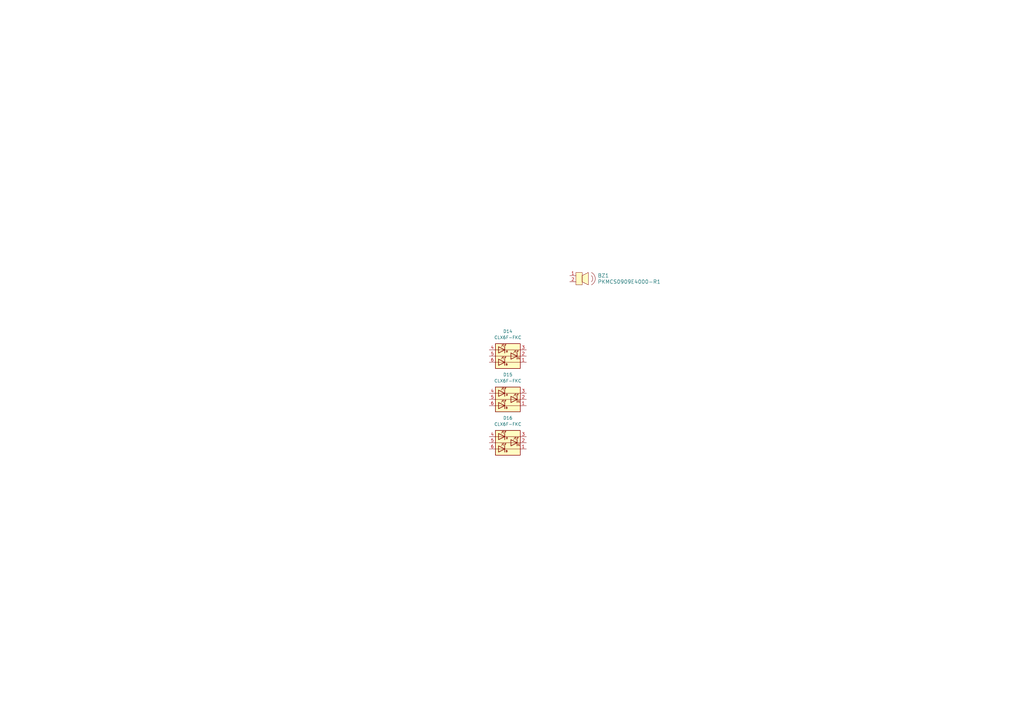
<source format=kicad_sch>
(kicad_sch
	(version 20231120)
	(generator "eeschema")
	(generator_version "8.0")
	(uuid "c15f8b7c-372c-495b-abf2-124a55133ce4")
	(paper "A3")
	(lib_symbols
		(symbol "LED:CLX6F-FKC"
			(pin_names hide)
			(exclude_from_sim no)
			(in_bom yes)
			(on_board yes)
			(property "Reference" "D"
				(at -5.08 6.35 0)
				(effects
					(font
						(size 1.27 1.27)
					)
					(justify left)
				)
			)
			(property "Value" "CLX6F-FKC"
				(at -5.08 -6.35 0)
				(effects
					(font
						(size 1.27 1.27)
					)
					(justify left)
				)
			)
			(property "Footprint" "LED_SMD:LED_RGB_PLCC-6"
				(at -5.08 -8.128 0)
				(effects
					(font
						(size 1.27 1.27)
					)
					(justify left)
					(hide yes)
				)
			)
			(property "Datasheet" "https://assets.cree-led.com/a/ds/h/HB-CLX6F-FKC.pdf"
				(at 3.81 0 0)
				(effects
					(font
						(size 1.27 1.27)
					)
					(justify left)
					(hide yes)
				)
			)
			(property "Description" "RGB LED, PLCC-6 "
				(at 0 0 0)
				(effects
					(font
						(size 1.27 1.27)
					)
					(hide yes)
				)
			)
			(property "ki_keywords" "LED RGB"
				(at 0 0 0)
				(effects
					(font
						(size 1.27 1.27)
					)
					(hide yes)
				)
			)
			(property "ki_fp_filters" "LED?RGB?PLCC*"
				(at 0 0 0)
				(effects
					(font
						(size 1.27 1.27)
					)
					(hide yes)
				)
			)
			(symbol "CLX6F-FKC_0_0"
				(text "B"
					(at -0.508 -3.4544 0)
					(effects
						(font
							(size 0.762 0.762)
						)
					)
				)
				(text "G"
					(at 4.5466 -0.8382 0)
					(effects
						(font
							(size 0.762 0.762)
						)
					)
				)
				(text "R"
					(at -0.381 1.8034 0)
					(effects
						(font
							(size 0.762 0.762)
						)
					)
				)
			)
			(symbol "CLX6F-FKC_0_1"
				(rectangle
					(start -5.08 5.08)
					(end 5.08 -5.08)
					(stroke
						(width 0.254)
						(type default)
					)
					(fill
						(type background)
					)
				)
				(polyline
					(pts
						(xy -5.08 -2.54) (xy 5.08 -2.54)
					)
					(stroke
						(width 0)
						(type default)
					)
					(fill
						(type none)
					)
				)
				(polyline
					(pts
						(xy -5.08 0) (xy 5.08 0)
					)
					(stroke
						(width 0)
						(type default)
					)
					(fill
						(type none)
					)
				)
				(polyline
					(pts
						(xy -5.08 2.54) (xy 5.08 2.54)
					)
					(stroke
						(width 0)
						(type default)
					)
					(fill
						(type none)
					)
				)
				(polyline
					(pts
						(xy -2.794 -1.27) (xy -1.778 -0.254)
					)
					(stroke
						(width 0)
						(type default)
					)
					(fill
						(type none)
					)
				)
				(polyline
					(pts
						(xy -2.794 3.81) (xy -1.778 4.826)
					)
					(stroke
						(width 0)
						(type default)
					)
					(fill
						(type none)
					)
				)
				(polyline
					(pts
						(xy -1.778 -1.27) (xy -0.762 -0.254)
					)
					(stroke
						(width 0)
						(type default)
					)
					(fill
						(type none)
					)
				)
				(polyline
					(pts
						(xy -1.778 3.81) (xy -0.762 4.826)
					)
					(stroke
						(width 0)
						(type default)
					)
					(fill
						(type none)
					)
				)
				(polyline
					(pts
						(xy -1.27 -1.27) (xy -1.27 -3.81)
					)
					(stroke
						(width 0.254)
						(type default)
					)
					(fill
						(type none)
					)
				)
				(polyline
					(pts
						(xy -1.27 3.81) (xy -1.27 1.27)
					)
					(stroke
						(width 0.254)
						(type default)
					)
					(fill
						(type none)
					)
				)
				(polyline
					(pts
						(xy 2.286 1.27) (xy 3.302 2.286)
					)
					(stroke
						(width 0)
						(type default)
					)
					(fill
						(type none)
					)
				)
				(polyline
					(pts
						(xy 3.302 1.27) (xy 4.318 2.286)
					)
					(stroke
						(width 0)
						(type default)
					)
					(fill
						(type none)
					)
				)
				(polyline
					(pts
						(xy 3.81 1.27) (xy 3.81 -1.27)
					)
					(stroke
						(width 0.254)
						(type default)
					)
					(fill
						(type none)
					)
				)
				(polyline
					(pts
						(xy -2.54 4.572) (xy -1.778 4.826) (xy -2.032 4.064)
					)
					(stroke
						(width 0)
						(type default)
					)
					(fill
						(type none)
					)
				)
				(polyline
					(pts
						(xy -2.032 -1.016) (xy -1.778 -0.254) (xy -2.54 -0.508)
					)
					(stroke
						(width 0)
						(type default)
					)
					(fill
						(type none)
					)
				)
				(polyline
					(pts
						(xy -1.524 -0.508) (xy -0.762 -0.254) (xy -1.016 -1.016)
					)
					(stroke
						(width 0)
						(type default)
					)
					(fill
						(type none)
					)
				)
				(polyline
					(pts
						(xy -1.524 4.572) (xy -0.762 4.826) (xy -1.016 4.064)
					)
					(stroke
						(width 0)
						(type default)
					)
					(fill
						(type none)
					)
				)
				(polyline
					(pts
						(xy 3.048 1.524) (xy 3.302 2.286) (xy 2.54 2.032)
					)
					(stroke
						(width 0)
						(type default)
					)
					(fill
						(type none)
					)
				)
				(polyline
					(pts
						(xy 3.556 2.032) (xy 4.318 2.286) (xy 4.064 1.524)
					)
					(stroke
						(width 0)
						(type default)
					)
					(fill
						(type none)
					)
				)
				(polyline
					(pts
						(xy -3.81 -1.27) (xy -3.81 -3.81) (xy -1.27 -2.54) (xy -3.81 -1.27)
					)
					(stroke
						(width 0.254)
						(type default)
					)
					(fill
						(type none)
					)
				)
				(polyline
					(pts
						(xy -3.81 3.81) (xy -3.81 1.27) (xy -1.27 2.54) (xy -3.81 3.81)
					)
					(stroke
						(width 0.254)
						(type default)
					)
					(fill
						(type none)
					)
				)
				(polyline
					(pts
						(xy 1.27 1.27) (xy 1.27 -1.27) (xy 3.81 0) (xy 1.27 1.27)
					)
					(stroke
						(width 0.254)
						(type default)
					)
					(fill
						(type none)
					)
				)
			)
			(symbol "CLX6F-FKC_1_1"
				(pin passive line
					(at 7.62 -2.54 180)
					(length 2.54)
					(name "KB"
						(effects
							(font
								(size 1.27 1.27)
							)
						)
					)
					(number "1"
						(effects
							(font
								(size 1.27 1.27)
							)
						)
					)
				)
				(pin passive line
					(at 7.62 0 180)
					(length 2.54)
					(name "KG"
						(effects
							(font
								(size 1.27 1.27)
							)
						)
					)
					(number "2"
						(effects
							(font
								(size 1.27 1.27)
							)
						)
					)
				)
				(pin passive line
					(at 7.62 2.54 180)
					(length 2.54)
					(name "KR"
						(effects
							(font
								(size 1.27 1.27)
							)
						)
					)
					(number "3"
						(effects
							(font
								(size 1.27 1.27)
							)
						)
					)
				)
				(pin passive line
					(at -7.62 2.54 0)
					(length 2.54)
					(name "AR"
						(effects
							(font
								(size 1.27 1.27)
							)
						)
					)
					(number "4"
						(effects
							(font
								(size 1.27 1.27)
							)
						)
					)
				)
				(pin passive line
					(at -7.62 0 0)
					(length 2.54)
					(name "AG"
						(effects
							(font
								(size 1.27 1.27)
							)
						)
					)
					(number "5"
						(effects
							(font
								(size 1.27 1.27)
							)
						)
					)
				)
				(pin passive line
					(at -7.62 -2.54 0)
					(length 2.54)
					(name "AB"
						(effects
							(font
								(size 1.27 1.27)
							)
						)
					)
					(number "6"
						(effects
							(font
								(size 1.27 1.27)
							)
						)
					)
				)
			)
		)
		(symbol "dk_Alarms-Buzzers-and-Sirens:PKMCS0909E4000-R1"
			(pin_names
				(offset 0.0254)
			)
			(exclude_from_sim no)
			(in_bom yes)
			(on_board yes)
			(property "Reference" "BZ"
				(at 0 5.08 0)
				(effects
					(font
						(size 1.524 1.524)
					)
					(justify left)
				)
			)
			(property "Value" "PKMCS0909E4000-R1"
				(at -2.54 -2.54 0)
				(effects
					(font
						(size 1.524 1.524)
					)
					(justify left)
				)
			)
			(property "Footprint" "digikey-footprints:Piezo_9x9mm_PKMCS0909E4000-R1"
				(at 5.08 5.08 0)
				(effects
					(font
						(size 1.524 1.524)
					)
					(justify left)
					(hide yes)
				)
			)
			(property "Datasheet" "https://www.murata.com/~/media/webrenewal/products/sound/sounder/vppt-buzj083-d.ashx"
				(at 5.08 7.62 0)
				(effects
					(font
						(size 1.524 1.524)
					)
					(justify left)
					(hide yes)
				)
			)
			(property "Description" "AUDIO PIEZO TRANSDUCER 12.5V SMD"
				(at 5.08 10.16 0)
				(effects
					(font
						(size 1.524 1.524)
					)
					(justify left)
					(hide yes)
				)
			)
			(property "MPN" "PKMCS0909E4000-R1"
				(at 5.08 12.7 0)
				(effects
					(font
						(size 1.524 1.524)
					)
					(justify left)
					(hide yes)
				)
			)
			(property "Category" "Audio Products"
				(at 5.08 15.24 0)
				(effects
					(font
						(size 1.524 1.524)
					)
					(justify left)
					(hide yes)
				)
			)
			(property "Family" "Alarms, Buzzers, and Sirens"
				(at 5.08 17.78 0)
				(effects
					(font
						(size 1.524 1.524)
					)
					(justify left)
					(hide yes)
				)
			)
			(property "DK_Datasheet_Link" "https://www.murata.com/~{/media/webrenewal/products/sound/sounder/vppt-buzj083-d.ashx}"
				(at 5.08 20.32 0)
				(effects
					(font
						(size 1.524 1.524)
					)
					(justify left)
					(hide yes)
				)
			)
			(property "DK_Detail_Page" "/product-detail/en/murata-electronics-north-america/PKMCS0909E4000-R1/490-9647-1-ND/4878401"
				(at 5.08 22.86 0)
				(effects
					(font
						(size 1.524 1.524)
					)
					(justify left)
					(hide yes)
				)
			)
			(property "Description" "AUDIO PIEZO TRANSDUCER 12.5V SMD"
				(at 5.08 25.4 0)
				(effects
					(font
						(size 1.524 1.524)
					)
					(justify left)
					(hide yes)
				)
			)
			(property "Manufacturer" "Murata Electronics North America"
				(at 5.08 27.94 0)
				(effects
					(font
						(size 1.524 1.524)
					)
					(justify left)
					(hide yes)
				)
			)
			(property "Status" "Active"
				(at 5.08 30.48 0)
				(effects
					(font
						(size 1.524 1.524)
					)
					(justify left)
					(hide yes)
				)
			)
			(property "ki_keywords" "490-9647-1-ND PK"
				(at 0 0 0)
				(effects
					(font
						(size 1.27 1.27)
					)
					(hide yes)
				)
			)
			(symbol "PKMCS0909E4000-R1_0_1"
				(polyline
					(pts
						(xy 2.54 2.54) (xy 5.08 3.81) (xy 5.08 -1.27) (xy 2.54 0) (xy 2.54 2.54)
					)
					(stroke
						(width 0)
						(type solid)
					)
					(fill
						(type background)
					)
				)
				(rectangle
					(start 0 3.81)
					(end 2.54 -1.27)
					(stroke
						(width 0)
						(type solid)
					)
					(fill
						(type background)
					)
				)
				(arc
					(start 6.35 -1.27)
					(mid 7.9198 1.27)
					(end 6.35 3.81)
					(stroke
						(width 0)
						(type solid)
					)
					(fill
						(type none)
					)
				)
				(arc
					(start 6.35 0)
					(mid 6.8761 1.27)
					(end 6.35 2.54)
					(stroke
						(width 0)
						(type solid)
					)
					(fill
						(type none)
					)
				)
			)
			(symbol "PKMCS0909E4000-R1_1_1"
				(pin input line
					(at -2.54 2.54 0)
					(length 2.54)
					(name "~"
						(effects
							(font
								(size 1.27 1.27)
							)
						)
					)
					(number "1"
						(effects
							(font
								(size 1.27 1.27)
							)
						)
					)
				)
				(pin input line
					(at -2.54 0 0)
					(length 2.54)
					(name "~"
						(effects
							(font
								(size 1.27 1.27)
							)
						)
					)
					(number "2"
						(effects
							(font
								(size 1.27 1.27)
							)
						)
					)
				)
			)
		)
	)
	(symbol
		(lib_id "LED:CLX6F-FKC")
		(at 208.28 181.61 0)
		(unit 1)
		(exclude_from_sim no)
		(in_bom yes)
		(on_board yes)
		(dnp no)
		(fields_autoplaced yes)
		(uuid "3aee762e-93ba-400d-92a5-399d1f434bec")
		(property "Reference" "D16"
			(at 208.28 171.45 0)
			(effects
				(font
					(size 1.27 1.27)
				)
			)
		)
		(property "Value" "CLX6F-FKC"
			(at 208.28 173.99 0)
			(effects
				(font
					(size 1.27 1.27)
				)
			)
		)
		(property "Footprint" "LED_SMD:LED_RGB_PLCC-6"
			(at 203.2 189.738 0)
			(effects
				(font
					(size 1.27 1.27)
				)
				(justify left)
				(hide yes)
			)
		)
		(property "Datasheet" "https://assets.cree-led.com/a/ds/h/HB-CLX6F-FKC.pdf"
			(at 212.09 181.61 0)
			(effects
				(font
					(size 1.27 1.27)
				)
				(justify left)
				(hide yes)
			)
		)
		(property "Description" "RGB LED, PLCC-6 "
			(at 208.28 181.61 0)
			(effects
				(font
					(size 1.27 1.27)
				)
				(hide yes)
			)
		)
		(pin "3"
			(uuid "22d01f12-04c4-4715-992a-7610d999bc2b")
		)
		(pin "4"
			(uuid "fb87b788-acca-41b9-97cb-fcb1a5dd005e")
		)
		(pin "6"
			(uuid "488f05c2-6829-4d8e-8608-9758caca1bc9")
		)
		(pin "5"
			(uuid "37816506-05fb-4a5d-940d-e16c6c5f474a")
		)
		(pin "2"
			(uuid "6a1221e2-916b-40fb-8deb-662e696f3a18")
		)
		(pin "1"
			(uuid "edd2fce2-7c69-49ed-9761-4c191d06e97b")
		)
		(instances
			(project "StepUp"
				(path "/e0cca1c7-c263-49eb-8c40-74000ebe5285/b287fd2a-b2a9-45b4-81d1-0975d80d8cfc"
					(reference "D16")
					(unit 1)
				)
			)
		)
	)
	(symbol
		(lib_id "dk_Alarms-Buzzers-and-Sirens:PKMCS0909E4000-R1")
		(at 236.22 115.57 0)
		(unit 1)
		(exclude_from_sim no)
		(in_bom yes)
		(on_board yes)
		(dnp no)
		(fields_autoplaced yes)
		(uuid "3dc265ea-a927-42ad-b493-3f7f0b3fba5e")
		(property "Reference" "BZ1"
			(at 245.11 113.0299 0)
			(effects
				(font
					(size 1.524 1.524)
				)
				(justify left)
			)
		)
		(property "Value" "PKMCS0909E4000-R1"
			(at 245.11 115.5699 0)
			(effects
				(font
					(size 1.524 1.524)
				)
				(justify left)
			)
		)
		(property "Footprint" "digikey-footprints:Piezo_9x9mm_PKMCS0909E4000-R1"
			(at 241.3 110.49 0)
			(effects
				(font
					(size 1.524 1.524)
				)
				(justify left)
				(hide yes)
			)
		)
		(property "Datasheet" "https://www.murata.com/~/media/webrenewal/products/sound/sounder/vppt-buzj083-d.ashx"
			(at 241.3 107.95 0)
			(effects
				(font
					(size 1.524 1.524)
				)
				(justify left)
				(hide yes)
			)
		)
		(property "Description" "AUDIO PIEZO TRANSDUCER 12.5V SMD"
			(at 241.3 90.17 0)
			(effects
				(font
					(size 1.524 1.524)
				)
				(justify left)
				(hide yes)
			)
		)
		(property "MPN" "PKMCS0909E4000-R1"
			(at 241.3 102.87 0)
			(effects
				(font
					(size 1.524 1.524)
				)
				(justify left)
				(hide yes)
			)
		)
		(property "Category" "Audio Products"
			(at 241.3 100.33 0)
			(effects
				(font
					(size 1.524 1.524)
				)
				(justify left)
				(hide yes)
			)
		)
		(property "Family" "Alarms, Buzzers, and Sirens"
			(at 241.3 97.79 0)
			(effects
				(font
					(size 1.524 1.524)
				)
				(justify left)
				(hide yes)
			)
		)
		(property "DK_Datasheet_Link" "https://www.murata.com/~{/media/webrenewal/products/sound/sounder/vppt-buzj083-d.ashx}"
			(at 241.3 95.25 0)
			(effects
				(font
					(size 1.524 1.524)
				)
				(justify left)
				(hide yes)
			)
		)
		(property "DK_Detail_Page" "/product-detail/en/murata-electronics-north-america/PKMCS0909E4000-R1/490-9647-1-ND/4878401"
			(at 241.3 92.71 0)
			(effects
				(font
					(size 1.524 1.524)
				)
				(justify left)
				(hide yes)
			)
		)
		(property "Manufacturer" "Murata Electronics North America"
			(at 241.3 87.63 0)
			(effects
				(font
					(size 1.524 1.524)
				)
				(justify left)
				(hide yes)
			)
		)
		(property "Status" "Active"
			(at 241.3 85.09 0)
			(effects
				(font
					(size 1.524 1.524)
				)
				(justify left)
				(hide yes)
			)
		)
		(pin "1"
			(uuid "3b281cf2-5d1a-4c9c-aa88-50718a94d180")
		)
		(pin "2"
			(uuid "f1a5b74f-01c3-4e17-9ba7-08c80cda448c")
		)
		(instances
			(project "StepUp"
				(path "/e0cca1c7-c263-49eb-8c40-74000ebe5285/b287fd2a-b2a9-45b4-81d1-0975d80d8cfc"
					(reference "BZ1")
					(unit 1)
				)
			)
		)
	)
	(symbol
		(lib_id "LED:CLX6F-FKC")
		(at 208.28 163.83 0)
		(unit 1)
		(exclude_from_sim no)
		(in_bom yes)
		(on_board yes)
		(dnp no)
		(fields_autoplaced yes)
		(uuid "ea00df16-9c50-43ea-8ca1-7cd63ac655d3")
		(property "Reference" "D15"
			(at 208.28 153.67 0)
			(effects
				(font
					(size 1.27 1.27)
				)
			)
		)
		(property "Value" "CLX6F-FKC"
			(at 208.28 156.21 0)
			(effects
				(font
					(size 1.27 1.27)
				)
			)
		)
		(property "Footprint" "LED_SMD:LED_RGB_PLCC-6"
			(at 203.2 171.958 0)
			(effects
				(font
					(size 1.27 1.27)
				)
				(justify left)
				(hide yes)
			)
		)
		(property "Datasheet" "https://assets.cree-led.com/a/ds/h/HB-CLX6F-FKC.pdf"
			(at 212.09 163.83 0)
			(effects
				(font
					(size 1.27 1.27)
				)
				(justify left)
				(hide yes)
			)
		)
		(property "Description" "RGB LED, PLCC-6 "
			(at 208.28 163.83 0)
			(effects
				(font
					(size 1.27 1.27)
				)
				(hide yes)
			)
		)
		(pin "3"
			(uuid "357b86f8-2dab-428b-8579-df9c441ae2ee")
		)
		(pin "4"
			(uuid "fe5f5c84-a4b6-4d93-9543-ac7a297d77fd")
		)
		(pin "6"
			(uuid "a0291e9e-22db-4d3c-bf60-efd28387c523")
		)
		(pin "5"
			(uuid "003e5450-74c1-4f2a-b7df-c072723f5dff")
		)
		(pin "2"
			(uuid "6a67bc61-799d-41ce-9ebb-29b8c58e83d4")
		)
		(pin "1"
			(uuid "451fa59f-f170-4a5b-a706-15b1f11d4413")
		)
		(instances
			(project "StepUp"
				(path "/e0cca1c7-c263-49eb-8c40-74000ebe5285/b287fd2a-b2a9-45b4-81d1-0975d80d8cfc"
					(reference "D15")
					(unit 1)
				)
			)
		)
	)
	(symbol
		(lib_id "LED:CLX6F-FKC")
		(at 208.28 146.05 0)
		(unit 1)
		(exclude_from_sim no)
		(in_bom yes)
		(on_board yes)
		(dnp no)
		(fields_autoplaced yes)
		(uuid "fead52f3-600b-421c-9c1d-7d30716efba9")
		(property "Reference" "D14"
			(at 208.28 135.89 0)
			(effects
				(font
					(size 1.27 1.27)
				)
			)
		)
		(property "Value" "CLX6F-FKC"
			(at 208.28 138.43 0)
			(effects
				(font
					(size 1.27 1.27)
				)
			)
		)
		(property "Footprint" "LED_SMD:LED_RGB_PLCC-6"
			(at 203.2 154.178 0)
			(effects
				(font
					(size 1.27 1.27)
				)
				(justify left)
				(hide yes)
			)
		)
		(property "Datasheet" "https://assets.cree-led.com/a/ds/h/HB-CLX6F-FKC.pdf"
			(at 212.09 146.05 0)
			(effects
				(font
					(size 1.27 1.27)
				)
				(justify left)
				(hide yes)
			)
		)
		(property "Description" "RGB LED, PLCC-6 "
			(at 208.28 146.05 0)
			(effects
				(font
					(size 1.27 1.27)
				)
				(hide yes)
			)
		)
		(pin "3"
			(uuid "db464f56-9391-4666-ac13-eb7d6bdb8d16")
		)
		(pin "4"
			(uuid "c5fdf557-39e1-4371-a4a4-113900eccb18")
		)
		(pin "6"
			(uuid "f2a7e55d-1a07-491d-8dfd-60c72d90805d")
		)
		(pin "5"
			(uuid "d91e5a89-860d-474a-9853-19c8fe7c1d66")
		)
		(pin "2"
			(uuid "1bc3d917-1697-4723-9ef9-b13846fe1588")
		)
		(pin "1"
			(uuid "44c06f34-a66f-4750-a269-f31c60efad78")
		)
		(instances
			(project "StepUp"
				(path "/e0cca1c7-c263-49eb-8c40-74000ebe5285/b287fd2a-b2a9-45b4-81d1-0975d80d8cfc"
					(reference "D14")
					(unit 1)
				)
			)
		)
	)
)
</source>
